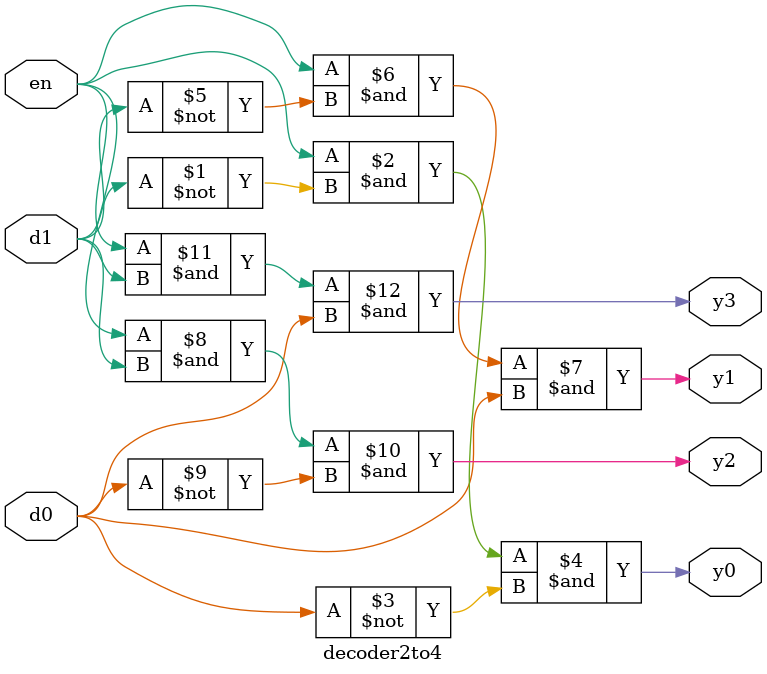
<source format=v>
`timescale 1ns / 1ps


module decoder2to4(
    input en,
    input d0,
    input d1,
    output y0,
    output y1,
    output y2,
    output y3
    );
    assign y0= en &(~d1)&(~d0);
    assign y1= en &(~d1)&(d0);
    assign y2= en &(d1)&(~d0);
    assign y3= en & (d1)&(d0);
endmodule

</source>
